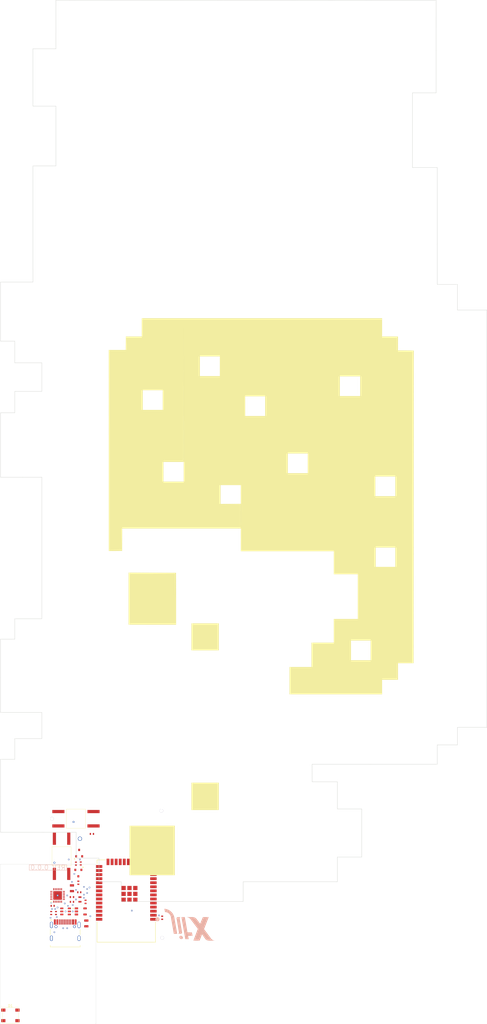
<source format=kicad_pcb>
(kicad_pcb (version 20211014) (generator pcbnew)
  (layers (0 "F.Cu" signal) (1 "In1.Cu" signal) (2 "In2.Cu" signal) (31 "B.Cu" signal) (34 "B.Paste" user) (35 "F.Paste" user) (36 "B.SilkS" user "B.Silkscreen") (37 "F.SilkS" user "F.Silkscreen") (38 "B.Mask" user) (39 "F.Mask" user) (44 "Edge.Cuts" user))
  (net 0 "")
  (net 1 "NetU2_11")
  (net 2 "usb-d_N")
  (net 3 "NetJ1_B8")
  (net 4 "NetU2_20")
  (net 5 "NetU2_29")
  (net 6 "NetU2_7")
  (net 7 "NetU3_18")
  (net 8 "NetU2_12")
  (net 9 "ESP-RX")
  (net 10 "NetQ1_1")
  (net 11 "NetU2_21")
  (net 12 "NetU2_32")
  (net 13 "NetU2_8")
  (net 14 "NetU3_19")
  (net 15 "button-io_gpio")
  (net 16 "NetU2_13")
  (net 17 "NetU2_22")
  (net 18 "NetU2_33")
  (net 19 "NetU2_9")
  (net 20 "NetU3_20")
  (net 21 "usb-d_P")
  (net 22 "ESP-TX")
  (net 23 "NetD2_c")
  (net 24 "NetQ2_1")
  (net 25 "NetU2_14")
  (net 26 "NetU2_23")
  (net 27 "NetU2_36")
  (net 28 "NetU3_1")
  (net 29 "NetU3_21")
  (net 30 "io0")
  (net 31 "Net*?_1")
  (net 32 "NetU2_16")
  (net 33 "GND")
  (net 34 "NetJ1_A5")
  (net 35 "NetR5_1")
  (net 36 "NetU2_24")
  (net 37 "NetU2_37")
  (net 38 "NetU3_10")
  (net 39 "NetU3_22")
  (net 40 "Net*_1-1")
  (net 41 "led-io0_gpio")
  (net 42 "NetU2_17")
  (net 43 "NetU2_26")
  (net 44 "NetU2_4")
  (net 45 "NetU3_14")
  (net 46 "NetU3_23")
  (net 47 "rst_reset")
  (net 48 "Net*_1-2")
  (net 49 "NetJ1_A8")
  (net 50 "NetU1_4")
  (net 51 "NetU2_18")
  (net 52 "NetU2_27")
  (net 53 "NetU2_5")
  (net 54 "NetU3_16")
  (net 55 "NetU3_24")
  (net 56 "p5v")
  (net 57 "Net3V3")
  (net 58 "NetJ1_B5")
  (net 59 "NetU2_10")
  (net 60 "DTR_ECI")
  (net 61 "NetU2_19")
  (net 62 "NetU2_28")
  (net 63 "NetU2_6")
  (net 64 "NetU3_17")
  (net 65 "RTS_ECI")
  (footprint "CAD:dummy2" (layer "F.Cu") (at 181.118504 75.668653)
    (fp_text reference "" (at 0 0) (layer "F.SilkS") (effects (font (size 1.27 1.27))))
    (fp_text value "" (at 0 0) (layer "F.SilkS") (effects (font (size 1.27 1.27))))
  )
  (footprint "CAD:ipc_two_pin_landpattern_3" (layer "F.Cu") (at 160.5 98.5 180)
    (fp_text reference "" (at 0 0 180) (layer "F.SilkS") (effects (font (size 1.27 1.27))))
    (fp_text value "" (at 0 0 180) (layer "F.SilkS") (effects (font (size 1.27 1.27))))
    (pad "1" smd rect locked (at 0 -0.89472 180) (size 1.3 0.71055) (layers "F.Cu" "F.Paste") (net 33 "GND"))
    (pad "2" smd rect locked (at 0 0.89472 180) (size 1.3 0.71055) (layers "F.Cu" "F.Paste") (net 57 "Net3V3"))
  )
  (footprint "CAD:JLCtoolinghole" (layer "F.Cu") (at 184.25 103)
    (fp_text reference "" (at 0 0) (layer "F.SilkS") (effects (font (size 1.27 1.27))))
    (fp_text value "" (at 0 0) (layer "F.SilkS") (effects (font (size 1.27 1.27))))
    (pad "1" thru_hole oval locked (at 0 0) (size 1.152 1.152) (drill 1.152) (layers *.Cu) (net 40 "Net*_1-1"))
  )
  (footprint "CAD:JLCtoolinghole" (layer "F.Cu") (at 184 63.25)
    (fp_text reference "" (at 0 0) (layer "F.SilkS") (effects (font (size 1.27 1.27))))
    (fp_text value "" (at 0 0) (layer "F.SilkS") (effects (font (size 1.27 1.27))))
    (pad "1" thru_hole oval locked (at 0 0) (size 1.152 1.152) (drill 1.152) (layers *.Cu) (net 31 "Net*?_1"))
  )
  (footprint "CAD:switch_lp" (layer "F.Cu") (at 157.25 65.75)
    (fp_text reference "" (at 0 0) (layer "F.SilkS") (effects (font (size 1.27 1.27))))
    (fp_text value "" (at 0 0) (layer "F.SilkS") (effects (font (size 1.27 1.27))))
    (pad "1" smd rect locked (at -5.5 -2.25) (size 3.8 1) (layers "F.Cu" "F.Paste") (net 33 "GND"))
    (pad "2" smd rect locked (at -5.5 2.25) (size 3.8 1) (layers "F.Cu" "F.Paste") (net 15 "button-io_gpio"))
    (pad "3" smd rect locked (at 5.5 2.25) (size 3.8 1) (layers "F.Cu" "F.Paste") (net 15 "button-io_gpio"))
    (pad "4" smd rect locked (at 5.5 -2.25) (size 3.8 1) (layers "F.Cu" "F.Paste") (net 33 "GND"))
  )
  (footprint "CAD:ipc_two_pin_landpattern" (layer "F.Cu") (at 158.5 91 180)
    (fp_text reference "" (at 0 0 180) (layer "F.SilkS") (effects (font (size 1.27 1.27))))
    (fp_text value "" (at 0 0 180) (layer "F.SilkS") (effects (font (size 1.27 1.27))))
    (pad "a" smd rect locked (at 0 -0.71893 180) (size 0.95 0.51213) (layers "F.Cu" "F.Paste") (net 56 "p5v"))
    (pad "c" smd rect locked (at 0 0.71893 180) (size 0.95 0.51213) (layers "F.Cu" "F.Paste") (net 23 "NetD2_c"))
  )
  (footprint "CAD:ipc_two_pin_landpattern_3" (layer "F.Cu") (at 156 87.5)
    (fp_text reference "" (at 0 0) (layer "F.SilkS") (effects (font (size 1.27 1.27))))
    (fp_text value "" (at 0 0) (layer "F.SilkS") (effects (font (size 1.27 1.27))))
    (pad "1" smd rect locked (at 0 -0.89472) (size 1.3 0.71055) (layers "F.Cu" "F.Paste") (net 33 "GND"))
    (pad "2" smd rect locked (at 0 0.89472) (size 1.3 0.71055) (layers "F.Cu" "F.Paste") (net 56 "p5v"))
  )
  (footprint "CAD:ipc_two_pin_landpattern_2" (layer "F.Cu") (at 156 90.25 -90)
    (fp_text reference "" (at 0 0 -90) (layer "F.SilkS") (effects (font (size 1.27 1.27))))
    (fp_text value "" (at 0 0 -90) (layer "F.SilkS") (effects (font (size 1.27 1.27))))
    (pad "1" smd rect locked (at 0 -0.49111 270) (size 0.6 0.44278) (layers "F.Cu" "F.Paste") (net 33 "GND"))
    (pad "2" smd rect locked (at 0 0.49111 270) (size 0.6 0.44278) (layers "F.Cu" "F.Paste") (net 56 "p5v"))
  )
  (footprint "CAD:ipc_two_pin_landpattern_2" (layer "F.Cu") (at 160.25 91.75)
    (fp_text reference "" (at 0 0) (layer "F.SilkS") (effects (font (size 1.27 1.27))))
    (fp_text value "" (at 0 0) (layer "F.SilkS") (effects (font (size 1.27 1.27))))
    (pad "1" smd rect locked (at 0 -0.49111) (size 0.6 0.44278) (layers "F.Cu" "F.Paste") (net 33 "GND"))
    (pad "2" smd rect locked (at 0 0.49111) (size 0.6 0.44278) (layers "F.Cu" "F.Paste") (net 57 "Net3V3"))
  )
  (footprint "CAD:ipc_two_pin_landpattern_7" (layer "F.Cu") (at 151 95.25 180)
    (fp_text reference "" (at 0 0 180) (layer "F.SilkS") (effects (font (size 1.27 1.27))))
    (fp_text value "" (at 0 0 180) (layer "F.SilkS") (effects (font (size 1.27 1.27))))
    (pad "1" smd rect locked (at 0 -0.45986 180) (size 0.6 0.38028) (layers "F.Cu" "F.Paste") (net 34 "NetJ1_A5"))
    (pad "2" smd rect locked (at 0 0.45986 180) (size 0.6 0.38028) (layers "F.Cu" "F.Paste") (net 33 "GND"))
  )
  (footprint "CAD:ipc_two_pin_landpattern_7" (layer "F.Cu") (at 149.95986 93 90)
    (fp_text reference "" (at 0 0 90) (layer "F.SilkS") (effects (font (size 1.27 1.27))))
    (fp_text value "" (at 0 0 90) (layer "F.SilkS") (effects (font (size 1.27 1.27))))
    (pad "1" smd rect locked (at 0 -0.45986 90) (size 0.6 0.38028) (layers "F.Cu" "F.Paste") (net 35 "NetR5_1"))
    (pad "2" smd rect locked (at 0 0.45986 90) (size 0.6 0.38028) (layers "F.Cu" "F.Paste") (net 57 "Net3V3"))
  )
  (footprint "CAD:ipc_two_pin_landpattern_1" (layer "F.Cu") (at 158.75 79.75)
    (fp_text reference "" (at 0 0) (layer "F.SilkS") (effects (font (size 1.27 1.27))))
    (fp_text value "" (at 0 0) (layer "F.SilkS") (effects (font (size 1.27 1.27))))
    (pad "1" smd rect locked (at 0 -0.45611) (size 0.6 0.37278) (layers "F.Cu" "F.Paste") (net 60 "DTR_ECI"))
    (pad "2" smd rect locked (at 0 0.45611) (size 0.6 0.37278) (layers "F.Cu" "F.Paste") (net 10 "NetQ1_1"))
  )
  (footprint "CAD:dummy5" (layer "F.Cu") (at 185.595254 -125.36388)
    (fp_text reference "" (at 0 0) (layer "F.SilkS") (effects (font (size 1.27 1.27))))
    (fp_text value "" (at 0 0) (layer "F.SilkS") (effects (font (size 1.27 1.27))))
  )
  (footprint "CAD:JLCtoolinghole" (layer "F.Cu") (at 149.75 65.75)
    (fp_text reference "" (at 0 0) (layer "F.SilkS") (effects (font (size 1.27 1.27))))
    (fp_text value "" (at 0 0) (layer "F.SilkS") (effects (font (size 1.27 1.27))))
    (pad "1" thru_hole oval locked (at 0 0) (size 1.152 1.152) (drill 1.152) (layers *.Cu) (net 48 "Net*_1-2"))
  )
  (footprint "CAD:dummy0" (layer "F.Cu") (at 197.692004 58.743788)
    (fp_text reference "" (at 0 0) (layer "F.SilkS") (effects (font (size 1.27 1.27))))
    (fp_text value "" (at 0 0) (layer "F.SilkS") (effects (font (size 1.27 1.27))))
  )
  (footprint "CAD:keystone_500x_pkg" (layer "F.Cu") (at 158.5 72)
    (fp_text reference "" (at 0 0) (layer "F.SilkS") (effects (font (size 1.27 1.27))))
    (fp_text value "" (at 0 0) (layer "F.SilkS") (effects (font (size 1.27 1.27))))
    (pad "p" thru_hole oval locked (at 0 0) (size 1.32 1.32) (drill 1.02) (layers *.Cu) (net 33 "GND"))
  )
  (footprint "CAD:SOT95P280X100_3N" (layer "F.Cu") (at 158.25 76.5)
    (fp_text reference "" (at 0 0) (layer "F.SilkS") (effects (font (size 1.27 1.27))))
    (fp_text value "" (at 0 0) (layer "F.SilkS") (effects (font (size 1.27 1.27))))
    (pad "1" smd rect locked (at -0.95 1) (size 0.6 0.7) (layers "F.Cu" "F.Paste") (net 24 "NetQ2_1"))
    (pad "2" smd rect locked (at 0.95 1) (size 0.6 0.7) (layers "F.Cu" "F.Paste") (net 60 "DTR_ECI"))
    (pad "3" smd rect locked (at 0 -1) (size 0.6 0.7) (layers "F.Cu" "F.Paste") (net 30 "io0"))
  )
  (footprint "CAD:IC38_ESP32_WROOM_328MB_EXP" (layer "F.Cu") (at 173 91.5 180)
    (fp_text reference "" (at 0 0 180) (layer "F.SilkS") (effects (font (size 1.27 1.27))))
    (fp_text value "" (at 0 0 180) (layer "F.SilkS") (effects (font (size 1.27 1.27))))
    (pad "1" smd rect locked (at -8.5 -5.7037 180) (size 2.0066 0.889) (layers "F.Cu" "F.Paste") (net 33 "GND"))
    (pad "2" smd rect locked (at -8.5 -4.4337 180) (size 2.0066 0.889) (layers "F.Cu" "F.Paste") (net 57 "Net3V3"))
    (pad "3" smd rect locked (at -8.5 -3.1637 180) (size 2.0066 0.889) (layers "F.Cu" "F.Paste") (net 47 "rst_reset"))
    (pad "4" smd rect locked (at -8.5 -1.8937 180) (size 2.0066 0.889) (layers "F.Cu" "F.Paste") (net 44 "NetU2_4"))
    (pad "5" smd rect locked (at -8.5 -0.6237 180) (size 2.0066 0.889) (layers "F.Cu" "F.Paste") (net 53 "NetU2_5"))
    (pad "6" smd rect locked (at -8.5 0.6463 180) (size 2.0066 0.889) (layers "F.Cu" "F.Paste") (net 63 "NetU2_6"))
    (pad "7" smd rect locked (at -8.5 1.9163 180) (size 2.0066 0.889) (layers "F.Cu" "F.Paste") (net 6 "NetU2_7"))
    (pad "8" smd rect locked (at -8.5 3.1863 180) (size 2.0066 0.889) (layers "F.Cu" "F.Paste") (net 13 "NetU2_8"))
    (pad "9" smd rect locked (at -8.5 4.4563 180) (size 2.0066 0.889) (layers "F.Cu" "F.Paste") (net 19 "NetU2_9"))
    (pad "10" smd rect locked (at -8.5 5.7263 180) (size 2.0066 0.889) (layers "F.Cu" "F.Paste") (net 59 "NetU2_10"))
    (pad "11" smd rect locked (at -8.5 6.9963 180) (size 2.0066 0.889) (layers "F.Cu" "F.Paste") (net 1 "NetU2_11"))
    (pad "12" smd rect locked (at -8.5 8.2663 180) (size 2.0066 0.889) (layers "F.Cu" "F.Paste") (net 8 "NetU2_12"))
    (pad "13" smd rect locked (at -8.5 9.5363 180) (size 2.0066 0.889) (layers "F.Cu" "F.Paste") (net 16 "NetU2_13"))
    (pad "14" smd rect locked (at -8.5 10.8063 180) (size 2.0066 0.889) (layers "F.Cu" "F.Paste") (net 25 "NetU2_14"))
    (pad "15" smd rect locked (at -5.715 12.2475 180) (size 0.889 2.0066) (layers "F.Cu" "F.Paste") (net 33 "GND"))
    (pad "16" smd rect locked (at -4.445 12.2475 180) (size 0.889 2.0066) (layers "F.Cu" "F.Paste") (net 32 "NetU2_16"))
    (pad "17" smd rect locked (at -3.175 12.2475 180) (size 0.889 2.0066) (layers "F.Cu" "F.Paste") (net 42 "NetU2_17"))
    (pad "18" smd rect locked (at -1.905 12.2475 180) (size 0.889 2.0066) (layers "F.Cu" "F.Paste") (net 51 "NetU2_18"))
    (pad "19" smd rect locked (at -0.635 12.2475 180) (size 0.889 2.0066) (layers "F.Cu" "F.Paste") (net 61 "NetU2_19"))
    (pad "20" smd rect locked (at 0.635 12.2475 180) (size 0.889 2.0066) (layers "F.Cu" "F.Paste") (net 4 "NetU2_20"))
    (pad "21" smd rect locked (at 1.905 12.2475 180) (size 0.889 2.0066) (layers "F.Cu" "F.Paste") (net 11 "NetU2_21"))
    (pad "22" smd rect locked (at 3.175 12.2475 180) (size 0.889 2.0066) (layers "F.Cu" "F.Paste") (net 17 "NetU2_22"))
    (pad "23" smd rect locked (at 4.445 12.2475 180) (size 0.889 2.0066) (layers "F.Cu" "F.Paste") (net 26 "NetU2_23"))
    (pad "24" smd rect locked (at 5.715 12.2475 180) (size 0.889 2.0066) (layers "F.Cu" "F.Paste") (net 36 "NetU2_24"))
    (pad "25" smd rect locked (at 8.5 10.8063 180) (size 2.0066 0.889) (layers "F.Cu" "F.Paste") (net 30 "io0"))
    (pad "26" smd rect locked (at 8.5 9.5363 180) (size 2.0066 0.889) (layers "F.Cu" "F.Paste") (net 43 "NetU2_26"))
    (pad "27" smd rect locked (at 8.5 8.2663 180) (size 2.0066 0.889) (layers "F.Cu" "F.Paste") (net 52 "NetU2_27"))
    (pad "28" smd rect locked (at 8.5 6.9963 180) (size 2.0066 0.889) (layers "F.Cu" "F.Paste") (net 62 "NetU2_28"))
    (pad "29" smd rect locked (at 8.5 5.7263 180) (size 2.0066 0.889) (layers "F.Cu" "F.Paste") (net 5 "NetU2_29"))
    (pad "30" smd rect locked (at 8.5 4.4563 180) (size 2.0066 0.889) (layers "F.Cu" "F.Paste") (net 15 "button-io_gpio"))
    (pad "31" smd rect locked (at 8.5 3.1863 180) (size 2.0066 0.889) (layers "F.Cu" "F.Paste") (net 41 "led-io0_gpio"))
    (pad "32" smd rect locked (at 8.5 1.9163 180) (size 2.0066 0.889) (layers "F.Cu" "F.Paste") (net 12 "NetU2_32"))
    (pad "33" smd rect locked (at 8.5 0.6463 180) (size 2.0066 0.889) (layers "F.Cu" "F.Paste") (net 18 "NetU2_33"))
    (pad "34" smd rect locked (at 8.5 -0.6237 180) (size 2.0066 0.889) (layers "F.Cu" "F.Paste") (net 9 "ESP-RX"))
    (pad "35" smd rect locked (at 8.5 -1.8937 180) (size 2.0066 0.889) (layers "F.Cu" "F.Paste") (net 22 "ESP-TX"))
    (pad "36" smd rect locked (at 8.5 -3.1637 180) (size 2.0066 0.889) (layers "F.Cu" "F.Paste") (net 27 "NetU2_36"))
    (pad "37" smd rect locked (at 8.5 -4.4337 180) (size 2.0066 0.889) (layers "F.Cu" "F.Paste") (net 37 "NetU2_37"))
    (pad "38" smd rect locked (at 8.5 -5.7037 180) (size 2.0066 0.889) (layers "F.Cu" "F.Paste") (net 33 "GND"))
    (pad "39" smd rect locked (at -2.83929 0.40528 180) (size 1.3208 1.3208) (layers "F.Cu" "F.Paste") (net 33 "GND"))
    (pad "40" smd rect locked (at -1.00429 0.40528 180) (size 1.3208 1.3208) (layers "F.Cu" "F.Paste") (net 33 "GND"))
    (pad "41" smd rect locked (at 0.83071 0.40528 180) (size 1.3208 1.3208) (layers "F.Cu" "F.Paste") (net 33 "GND"))
    (pad "42" smd rect locked (at -2.83929 2.24028 180) (size 1.3208 1.3208) (layers "F.Cu" "F.Paste") (net 33 "GND"))
    (pad "43" smd rect locked (at -1.00429 2.24028 180) (size 1.3208 1.3208) (layers "F.Cu" "F.Paste") (net 33 "GND"))
    (pad "44" smd rect locked (at 0.83071 2.24028 180) (size 1.3208 1.3208) (layers "F.Cu" "F.Paste") (net 33 "GND"))
    (pad "45" smd rect locked (at -2.83929 4.07528 180) (size 1.3208 1.3208) (layers "F.Cu" "F.Paste") (net 33 "GND"))
    (pad "46" smd rect locked (at -1.00429 4.07528 180) (size 1.3208 1.3208) (layers "F.Cu" "F.Paste") (net 33 "GND"))
    (pad "47" smd rect locked (at 0.83071 4.07528 180) (size 1.3208 1.3208) (layers "F.Cu" "F.Paste") (net 33 "GND"))
  )
  (footprint "CAD:dummy9" (layer "F.Cu") (at 145.516169 -51.957877)
    (fp_text reference "" (at 0 0) (layer "F.SilkS") (effects (font (size 1.27 1.27))))
    (fp_text value "" (at 0 0) (layer "F.SilkS") (effects (font (size 1.27 1.27))))
  )
  (footprint "CAD:ipc_two_pin_landpattern_6" (layer "F.Cu") (at 158 85.77139 180)
    (fp_text reference "" (at 0 0 180) (layer "F.SilkS") (effects (font (size 1.27 1.27))))
    (fp_text value "" (at 0 0 180) (layer "F.SilkS") (effects (font (size 1.27 1.27))))
    (pad "1" smd rect locked (at 0 -0.47861 180) (size 0.6 0.41778) (layers "F.Cu" "F.Paste") (net 33 "GND"))
    (pad "2" smd rect locked (at 0 0.47861 180) (size 0.6 0.41778) (layers "F.Cu" "F.Paste") (net 47 "rst_reset"))
  )
  (footprint "CAD:dummy3" (layer "F.Cu") (at 181.169304 -3.108045)
    (fp_text reference "" (at 0 0) (layer "F.SilkS") (effects (font (size 1.27 1.27))))
    (fp_text value "" (at 0 0) (layer "F.SilkS") (effects (font (size 1.27 1.27))))
  )
  (footprint "CAD:qfn_landpattern" (layer "F.Cu") (at 151.5 89.75 90)
    (fp_text reference "" (at 0 0 90) (layer "F.SilkS") (effects (font (size 1.27 1.27))))
    (fp_text value "" (at 0 0 90) (layer "F.SilkS") (effects (font (size 1.27 1.27))))
    (pad "1" smd rect locked (at -1.95 -1.25) (size 0.25 0.7) (layers "F.Cu" "F.Paste") (net 28 "NetU3_1"))
    (pad "2" smd rect locked (at -1.95 -0.75) (size 0.25 0.7) (layers "F.Cu" "F.Paste") (net 33 "GND"))
    (pad "3" smd rect locked (at -1.95 -0.25) (size 0.25 0.7) (layers "F.Cu" "F.Paste") (net 21 "usb-d_P"))
    (pad "4" smd rect locked (at -1.95 0.25) (size 0.25 0.7) (layers "F.Cu" "F.Paste") (net 2 "usb-d_N"))
    (pad "5" smd rect locked (at -1.95 0.75) (size 0.25 0.7) (layers "F.Cu" "F.Paste") (net 57 "Net3V3"))
    (pad "6" smd rect locked (at -1.95 1.25) (size 0.25 0.7) (layers "F.Cu" "F.Paste") (net 56 "p5v"))
    (pad "7" smd rect locked (at -1.25 1.95 90) (size 0.25 0.7) (layers "F.Cu" "F.Paste") (net 56 "p5v"))
    (pad "8" smd rect locked (at -0.75 1.95 90) (size 0.25 0.7) (layers "F.Cu" "F.Paste") (net 56 "p5v"))
    (pad "9" smd rect locked (at -0.25 1.95 90) (size 0.25 0.7) (layers "F.Cu" "F.Paste") (net 35 "NetR5_1"))
    (pad "10" smd rect locked (at 0.25 1.95 90) (size 0.25 0.7) (layers "F.Cu" "F.Paste") (net 38 "NetU3_10"))
    (pad "11" smd rect locked (at 0.75 1.95 90) (size 0.25 0.7) (layers "F.Cu" "F.Paste") (net 65 "RTS_ECI"))
    (pad "12" smd rect locked (at 1.25 1.95 90) (size 0.25 0.7) (layers "F.Cu" "F.Paste") (net 9 "ESP-RX"))
    (pad "13" smd rect locked (at 1.95 1.25 180) (size 0.25 0.7) (layers "F.Cu" "F.Paste") (net 22 "ESP-TX"))
    (pad "14" smd rect locked (at 1.95 0.75 180) (size 0.25 0.7) (layers "F.Cu" "F.Paste") (net 45 "NetU3_14"))
    (pad "15" smd rect locked (at 1.95 0.25 180) (size 0.25 0.7) (layers "F.Cu" "F.Paste") (net 60 "DTR_ECI"))
    (pad "16" smd rect locked (at 1.95 -0.25 180) (size 0.25 0.7) (layers "F.Cu" "F.Paste") (net 54 "NetU3_16"))
    (pad "17" smd rect locked (at 1.95 -0.75 180) (size 0.25 0.7) (layers "F.Cu" "F.Paste") (net 64 "NetU3_17"))
    (pad "18" smd rect locked (at 1.95 -1.25 180) (size 0.25 0.7) (layers "F.Cu" "F.Paste") (net 7 "NetU3_18"))
    (pad "19" smd rect locked (at 1.25 -1.95 270) (size 0.25 0.7) (layers "F.Cu" "F.Paste") (net 14 "NetU3_19"))
    (pad "20" smd rect locked (at 0.75 -1.95 270) (size 0.25 0.7) (layers "F.Cu" "F.Paste") (net 20 "NetU3_20"))
    (pad "21" smd rect locked (at 0.25 -1.95 270) (size 0.25 0.7) (layers "F.Cu" "F.Paste") (net 29 "NetU3_21"))
    (pad "22" smd rect locked (at -0.25 -1.95 270) (size 0.25 0.7) (layers "F.Cu" "F.Paste") (net 39 "NetU3_22"))
    (pad "23" smd rect locked (at -0.75 -1.95 270) (size 0.25 0.7) (layers "F.Cu" "F.Paste") (net 46 "NetU3_23"))
    (pad "24" smd rect locked (at -1.25 -1.95 270) (size 0.25 0.7) (layers "F.Cu" "F.Paste") (net 55 "NetU3_24"))
    (pad "25" smd rect locked (at 0 0 90) (size 2.7 2.7) (layers "F.Cu" "F.Paste") (net 33 "GND"))
  )
  (footprint "CAD:SOT95P280X100_3N" (layer "F.Cu") (at 158 82.75 180)
    (fp_text reference "" (at 0 0 180) (layer "F.SilkS") (effects (font (size 1.27 1.27))))
    (fp_text value "" (at 0 0 180) (layer "F.SilkS") (effects (font (size 1.27 1.27))))
    (pad "1" smd rect locked (at -0.95 1 180) (size 0.6 0.7) (layers "F.Cu" "F.Paste") (net 10 "NetQ1_1"))
    (pad "2" smd rect locked (at 0.95 1 180) (size 0.6 0.7) (layers "F.Cu" "F.Paste") (net 65 "RTS_ECI"))
    (pad "3" smd rect locked (at 0 -1 180) (size 0.6 0.7) (layers "F.Cu" "F.Paste") (net 47 "rst_reset"))
  )
  (footprint "CAD:ipc_two_pin_landpattern_6" (layer "F.Cu") (at 156 91.75 -90)
    (fp_text reference "" (at 0 0 -90) (layer "F.SilkS") (effects (font (size 1.27 1.27))))
    (fp_text value "" (at 0 0 -90) (layer "F.SilkS") (effects (font (size 1.27 1.27))))
    (pad "1" smd rect locked (at 0 -0.47861 270) (size 0.6 0.41778) (layers "F.Cu" "F.Paste") (net 33 "GND"))
    (pad "2" smd rect locked (at 0 0.47861 270) (size 0.6 0.41778) (layers "F.Cu" "F.Paste") (net 56 "p5v"))
  )
  (footprint "CAD:switch_lp" (layer "F.Cu") (at 152.75 77.5 90)
    (fp_text reference "" (at 0 0 90) (layer "F.SilkS") (effects (font (size 1.27 1.27))))
    (fp_text value "" (at 0 0 90) (layer "F.SilkS") (effects (font (size 1.27 1.27))))
    (pad "1" smd rect locked (at -5.5 -2.25 90) (size 3.8 1) (layers "F.Cu" "F.Paste") (net 33 "GND"))
    (pad "2" smd rect locked (at -5.5 2.25 90) (size 3.8 1) (layers "F.Cu" "F.Paste") (net 47 "rst_reset"))
    (pad "3" smd rect locked (at 5.5 2.25 90) (size 3.8 1) (layers "F.Cu" "F.Paste") (net 47 "rst_reset"))
    (pad "4" smd rect locked (at 5.5 -2.25 90) (size 3.8 1) (layers "F.Cu" "F.Paste") (net 33 "GND"))
  )
  (footprint "CAD:lp_TYPE_C_31_M_12" (layer "F.Cu") (at 150.64 98.054)
    (fp_text reference "" (at 0 0) (layer "F.SilkS") (effects (font (size 1.27 1.27))))
    (fp_text value "" (at 0 0) (layer "F.SilkS") (effects (font (size 1.27 1.27))))
    (pad "13" thru_hole oval locked (at -1.07 0.916 90) (size 2 0.9) (drill oval 1.7 0.6) (layers *.Cu) (net 33 "GND"))
    (pad "14" thru_hole oval locked (at 7.57 0.916 90) (size 2 0.9) (drill oval 1.7 0.6) (layers *.Cu) (net 33 "GND"))
    (pad "15" thru_hole oval locked (at -1.07 5.096 90) (size 1.7 0.9) (drill oval 1.4 0.6) (layers *.Cu) (net 33 "GND"))
    (pad "16" thru_hole oval locked (at 7.57 5.096 90) (size 1.7 0.9) (drill oval 1.4 0.6) (layers *.Cu) (net 33 "GND"))
    (pad "17" thru_hole oval locked (at 0.36 1.446 90) (size 0.9 0.9) (drill 0.6) (layers *.Cu) (net 33 "GND"))
    (pad "18" thru_hole oval locked (at 6.14 1.446 90) (size 0.9 0.9) (drill 0.6) (layers *.Cu) (net 33 "GND"))
    (pad "A1-B12" smd rect locked (at 0 0) (size 0.6 1.64) (layers "F.Cu" "F.Paste") (net 33 "GND"))
    (pad "A4-B9" smd rect locked (at 0.8 0) (size 0.6 1.64) (layers "F.Cu" "F.Paste") (net 56 "p5v"))
    (pad "A5" smd rect locked (at 2 0) (size 0.3 1.64) (layers "F.Cu" "F.Paste") (net 34 "NetJ1_A5"))
    (pad "A6" smd rect locked (at 3 0) (size 0.3 1.64) (layers "F.Cu" "F.Paste") (net 21 "usb-d_P"))
    (pad "A7" smd rect locked (at 3.5 0) (size 0.3 1.64) (layers "F.Cu" "F.Paste") (net 2 "usb-d_N"))
    (pad "A8" smd rect locked (at 4.5 0) (size 0.3 1.64) (layers "F.Cu" "F.Paste") (net 49 "NetJ1_A8"))
    (pad "B1-A12" smd rect locked (at 6.5 0) (size 0.6 1.64) (layers "F.Cu" "F.Paste") (net 33 "GND"))
    (pad "B4-A9" smd rect locked (at 5.7 0) (size 0.6 1.64) (layers "F.Cu" "F.Paste") (net 56 "p5v"))
    (pad "B5" smd rect locked (at 5 0) (size 0.3 1.64) (layers "F.Cu" "F.Paste") (net 58 "NetJ1_B5"))
    (pad "B6" smd rect locked (at 4 0) (size 0.3 1.64) (layers "F.Cu" "F.Paste") (net 21 "usb-d_P"))
    (pad "B7" smd rect locked (at 2.5 0) (size 0.3 1.64) (layers "F.Cu" "F.Paste") (net 2 "usb-d_N"))
    (pad "B8" smd rect locked (at 1.5 0) (size 0.3 1.64) (layers "F.Cu" "F.Paste") (net 3 "NetJ1_B8"))
  )
  (footprint "CAD:WSP282B_landpattern" (layer "F.Cu") (at 136.726601 127.273399)
    (fp_text reference "D1" (at 0 -3.006) (layer "F.SilkS") (effects (font (size 0.762 0.762) (thickness 0.1))))
    (fp_text value "" (at 0 0) (layer "F.SilkS") (effects (font (size 1.27 1.27))))
    (pad "1" smd rect locked (at -2.214645 -1.65) (size 1.320711 0.97) (layers "F.Cu" "F.Paste"))
    (pad "2" smd rect locked (at -2.214645 1.65) (size 1.320711 0.97) (layers "F.Cu" "F.Paste"))
    (pad "3" smd rect locked (at 2.214645 1.65) (size 1.320711 0.97) (layers "F.Cu" "F.Paste"))
    (pad "4" smd rect locked (at 2.214645 -1.65) (size 1.320711 0.97) (layers "F.Cu" "F.Paste"))
  )
  (footprint "CAD:ipc_two_pin_landpattern_6" (layer "F.Cu") (at 162.25 70.5 90)
    (fp_text reference "" (at 0 0 90) (layer "F.SilkS") (effects (font (size 1.27 1.27))))
    (fp_text value "" (at 0 0 90) (layer "F.SilkS") (effects (font (size 1.27 1.27))))
    (pad "1" smd rect locked (at 0 -0.47861 90) (size 0.6 0.41778) (layers "F.Cu" "F.Paste") (net 33 "GND"))
    (pad "2" smd rect locked (at 0 0.47861 90) (size 0.6 0.41778) (layers "F.Cu" "F.Paste") (net 15 "button-io_gpio"))
  )
  (footprint "CAD:ipc_two_pin_landpattern_7" (layer "F.Cu") (at 149.5 95.25 180)
    (fp_text reference "" (at 0 0 180) (layer "F.SilkS") (effects (font (size 1.27 1.27))))
    (fp_text value "" (at 0 0 180) (layer "F.SilkS") (effects (font (size 1.27 1.27))))
    (pad "1" smd rect locked (at 0 -0.45986 180) (size 0.6 0.38028) (layers "F.Cu" "F.Paste") (net 58 "NetJ1_B5"))
    (pad "2" smd rect locked (at 0 0.45986 180) (size 0.6 0.38028) (layers "F.Cu" "F.Paste") (net 33 "GND"))
  )
  (footprint "CAD:SOT95P280X145_5N" (layer "F.Cu") (at 158.75 94.75 -90)
    (fp_text reference "" (at 0 0 -90) (layer "F.SilkS") (effects (font (size 1.27 1.27))))
    (fp_text value "" (at 0 0 -90) (layer "F.SilkS") (effects (font (size 1.27 1.27))))
    (pad "1" smd rect locked (at -0.95 1.35 270) (size 0.6 1.05) (layers "F.Cu" "F.Paste") (net 56 "p5v"))
    (pad "2" smd rect locked (at 0 1.35 270) (size 0.6 1.05) (layers "F.Cu" "F.Paste") (net 33 "GND"))
    (pad "3" smd rect locked (at 0.95 1.35 270) (size 0.6 1.05) (layers "F.Cu" "F.Paste") (net 56 "p5v"))
    (pad "4" smd rect locked (at 0.95 -1.35 270) (size 0.6 1.05) (layers "F.Cu" "F.Paste") (net 50 "NetU1_4"))
    (pad "5" smd rect locked (at -0.95 -1.35 270) (size 0.6 1.05) (layers "F.Cu" "F.Paste") (net 57 "Net3V3"))
  )
  (footprint "CAD:dummy4" (layer "F.Cu") (at 215.265629 -32.008295)
    (fp_text reference "" (at 0 0) (layer "F.SilkS") (effects (font (size 1.27 1.27))))
    (fp_text value "" (at 0 0) (layer "F.SilkS") (effects (font (size 1.27 1.27))))
  )
  (footprint "CAD:dummy11" (layer "F.Cu") (at 145.251587 17.151288)
    (fp_text reference "" (at 0 0) (layer "F.SilkS") (effects (font (size 1.27 1.27))))
    (fp_text value "" (at 0 0) (layer "F.SilkS") (effects (font (size 1.27 1.27))))
  )
  (footprint "CAD:ipc_two_pin_landpattern_7" (layer "F.Cu") (at 158.29014 88.75 -90)
    (fp_text reference "" (at 0 0 -90) (layer "F.SilkS") (effects (font (size 1.27 1.27))))
    (fp_text value "" (at 0 0 -90) (layer "F.SilkS") (effects (font (size 1.27 1.27))))
    (pad "1" smd rect locked (at 0 -0.45986 270) (size 0.6 0.38028) (layers "F.Cu" "F.Paste") (net 41 "led-io0_gpio"))
    (pad "2" smd rect locked (at 0 0.45986 270) (size 0.6 0.38028) (layers "F.Cu" "F.Paste") (net 23 "NetD2_c"))
  )
  (footprint "CAD:dummy1" (layer "F.Cu") (at 197.692004 8.84337)
    (fp_text reference "" (at 0 0) (layer "F.SilkS") (effects (font (size 1.27 1.27))))
    (fp_text value "" (at 0 0) (layer "F.SilkS") (effects (font (size 1.27 1.27))))
  )
  (footprint "CAD:dummy10" (layer "F.Cu") (at 145.251587 55.03962)
    (fp_text reference "" (at 0 0) (layer "F.SilkS") (effects (font (size 1.27 1.27))))
    (fp_text value "" (at 0 0) (layer "F.SilkS") (effects (font (size 1.27 1.27))))
  )
  (footprint "CAD:dummy7" (layer "F.Cu") (at 197.643319 33.132123)
    (fp_text reference "" (at 0 0) (layer "F.SilkS") (effects (font (size 1.27 1.27))))
    (fp_text value "" (at 0 0) (layer "F.SilkS") (effects (font (size 1.27 1.27))))
  )
  (footprint "CAD:ipc_two_pin_landpattern_1" (layer "F.Cu") (at 157.25 79.79389 180)
    (fp_text reference "" (at 0 0 180) (layer "F.SilkS") (effects (font (size 1.27 1.27))))
    (fp_text value "" (at 0 0 180) (layer "F.SilkS") (effects (font (size 1.27 1.27))))
    (pad "1" smd rect locked (at 0 -0.45611 180) (size 0.6 0.37278) (layers "F.Cu" "F.Paste") (net 65 "RTS_ECI"))
    (pad "2" smd rect locked (at 0 0.45611 180) (size 0.6 0.37278) (layers "F.Cu" "F.Paste") (net 24 "NetQ2_1"))
  )
  (footprint "CAD:dummy6" (layer "F.Cu") (at 216.153569 -29.485702)
    (fp_text reference "" (at 0 0) (layer "F.SilkS") (effects (font (size 1.27 1.27))))
    (fp_text value "" (at 0 0) (layer "F.SilkS") (effects (font (size 1.27 1.27))))
  )
  (footprint "CAD:dummy8" (layer "F.Cu") (at 149.273254 -90.252747)
    (fp_text reference "" (at 0 0) (layer "F.SilkS") (effects (font (size 1.27 1.27))))
    (fp_text value "" (at 0 0) (layer "F.SilkS") (effects (font (size 1.27 1.27))))
  )
  (footprint "CAD:lp_USBLC6_2SC6" (layer "F.Cu") (at 154 94.75 180)
    (fp_text reference "" (at 0 0 180) (layer "F.SilkS") (effects (font (size 1.27 1.27))))
    (fp_text value "" (at 0 0 180) (layer "F.SilkS") (effects (font (size 1.27 1.27))))
    (pad "1" smd rect locked (at -1.175 -0.95 180) (size 0.95 0.52) (layers "F.Cu" "F.Paste") (net 2 "usb-d_N"))
    (pad "2" smd rect locked (at -1.175 0 180) (size 0.95 0.52) (layers "F.Cu" "F.Paste") (net 33 "GND"))
    (pad "3" smd rect locked (at -1.175 0.95 180) (size 0.95 0.52) (layers "F.Cu" "F.Paste") (net 21 "usb-d_P"))
    (pad "4" smd rect locked (at 1.175 0.95 180) (size 0.95 0.52) (layers "F.Cu" "F.Paste") (net 21 "usb-d_P"))
    (pad "5" smd rect locked (at 1.175 0 180) (size 0.95 0.52) (layers "F.Cu" "F.Paste") (net 56 "p5v"))
    (pad "6" smd rect locked (at 1.175 -0.95 180) (size 0.95 0.52) (layers "F.Cu" "F.Paste") (net 2 "usb-d_N"))
  )
  (footprint "CAD:ipc_two_pin_landpattern_6" (layer "F.Cu") (at 184.25 96.72861 180)
    (fp_text reference "" (at 0 0 180) (layer "F.SilkS") (effects (font (size 1.27 1.27))))
    (fp_text value "" (at 0 0 180) (layer "F.SilkS") (effects (font (size 1.27 1.27))))
    (pad "1" smd rect locked (at 0 -0.47861 180) (size 0.6 0.41778) (layers "F.Cu" "F.Paste") (net 33 "GND"))
    (pad "2" smd rect locked (at 0 0.47861 180) (size 0.6 0.41778) (layers "F.Cu" "F.Paste") (net 57 "Net3V3"))
  )
  (footprint "CAD:jitx_sm_lp" (layer "B.Cu") (at 183.2408 92.5096 180)
    (fp_text reference "" (at 0 0 180) (layer "F.SilkS") (effects (font (size 1.27 1.27))))
    (fp_text value "" (at 0 0 180) (layer "F.SilkS") (effects (font (size 1.27 1.27))))
  )
  (footprint "CAD:text_lp" (layer "B.Cu") (at 148.5 81)
    (fp_text reference "" (at 0 0) (layer "F.SilkS") (effects (font (size 1.27 1.27))))
    (fp_text value "" (at 0 0) (layer "F.SilkS") (effects (font (size 1.27 1.27))))
    (fp_text user "REV 0.0.0" (at 0 0) (layer "B.SilkS") (effects (font (size 1.5 1.5) (thickness 0.1)) (justify mirror)))
  )
  (gr_line (start 133.51903 129.845671) (end 133.542133 129.888893) (layer "Edge.Cuts") (width 0.05))
  (gr_line (start 133.542133 129.888893) (end 133.573223 129.926777) (layer "Edge.Cuts") (width 0.05))
  (gr_line (start 146.570694 -41.093022) (end 146.570694 3.174938) (layer "Edge.Cuts") (width 0.1))
  (gr_line (start 262.581344 -137.993422) (end 262.581344 -161.364072) (layer "Edge.Cuts") (width 0.1))
  (gr_line (start 133.651589 9.562358) (end 133.651589 21.709388) (layer "Edge.Cuts") (width 0.1))
  (gr_line (start 163.457867 129.888893) (end 163.48097 129.845671) (layer "Edge.Cuts") (width 0.05))
  (gr_line (start 146.570694 -67.962872) (end 138.102524 -67.962872) (layer "Edge.Cuts") (width 0.1))
  (gr_line (start 163.345671 80.01903) (end 163.298773 80.004804) (layer "Edge.Cuts") (width 0.05))
  (gr_line (start 239.078734 54.190513) (end 231.187749 54.190513) (layer "Edge.Cuts") (width 0.1))
  (gr_line (start 270.348304 -113.963472) (end 270.348304 -137.993422) (layer "Edge.Cuts") (width 0.1))
  (gr_line (start 143.782394 -106.284772) (end 143.787894 -106.284772) (layer "Edge.Cuts") (width 0.1))
  (gr_line (start 270.348304 -105.778322) (end 270.348304 -113.963472) (layer "Edge.Cuts") (width 0.1))
  (gr_line (start 163.388893 80.042133) (end 163.345671 80.01903) (layer "Edge.Cuts") (width 0.05))
  (gr_line (start 146.570694 3.174938) (end 138.102524 3.174938) (layer "Edge.Cuts") (width 0.1))
  (gr_line (start 133.75 130) (end 163.25 130) (layer "Edge.Cuts") (width 0.05))
  (gr_line (start 150.980914 -157.204122) (end 150.980914 -138.499872) (layer "Edge.Cuts") (width 0.1))
  (gr_line (start 133.542133 80.111107) (end 133.51903 80.154329) (layer "Edge.Cuts") (width 0.05))
  (gr_line (start 133.654329 80.01903) (end 133.611107 80.042133) (layer "Edge.Cuts") (width 0.05))
  (gr_line (start 133.651589 -41.093022) (end 140.583959 -41.093022) (layer "Edge.Cuts") (width 0.1))
  (gr_line (start 138.102524 -76.899572) (end 146.570694 -76.899572) (layer "Edge.Cuts") (width 0.1))
  (gr_line (start 276.668339 -101.424457) (end 270.348304 -101.424457) (layer "Edge.Cuts") (width 0.1))
  (gr_line (start 285.884829 -33.690687) (end 285.884829 -93.404237) (layer "Edge.Cuts") (width 0.1))
  (gr_line (start 246.716514 77.744613) (end 246.716514 62.696463) (layer "Edge.Cuts") (width 0.1))
  (gr_line (start 270.348304 48.710213) (end 270.348304 42.656048) (layer "Edge.Cuts") (width 0.1))
  (gr_line (start 269.999454 -190.313797) (end 150.987754 -190.364597) (layer "Edge.Cuts") (width 0.1))
  (gr_line (start 138.102524 47.155493) (end 133.651589 47.155493) (layer "Edge.Cuts") (width 0.1))
  (gr_line (start 285.884829 -93.404237) (end 276.668339 -93.404237) (layer "Edge.Cuts") (width 0.1))
  (gr_line (start 246.716514 62.696463) (end 239.078734 62.696463) (layer "Edge.Cuts") (width 0.1))
  (gr_line (start 163.5 129.75) (end 163.5 80.25) (layer "Edge.Cuts") (width 0.05))
  (gr_line (start 270.348304 -137.993422) (end 262.581344 -137.993422) (layer "Edge.Cuts") (width 0.1))
  (gr_line (start 133.5 129.75) (end 133.504804 129.798773) (layer "Edge.Cuts") (width 0.05))
  (gr_line (start 150.987754 -190.364597) (end 150.980914 -175.148772) (layer "Edge.Cuts") (width 0.1))
  (gr_line (start 163.25 80) (end 133.75 80) (layer "Edge.Cuts") (width 0.05))
  (gr_line (start 138.102524 9.562358) (end 133.651589 9.562358) (layer "Edge.Cuts") (width 0.1))
  (gr_line (start 163.25 130) (end 163.298773 129.995196) (layer "Edge.Cuts") (width 0.05))
  (gr_line (start 231.187749 54.190513) (end 231.169749 48.710213) (layer "Edge.Cuts") (width 0.1))
  (gr_line (start 143.782394 -175.148772) (end 143.782394 -157.204122) (layer "Edge.Cuts") (width 0.1))
  (gr_line (start 133.651589 21.709388) (end 133.651589 32.489088) (layer "Edge.Cuts") (width 0.1))
  (gr_line (start 276.668339 42.656048) (end 276.668339 37.157678) (layer "Edge.Cuts") (width 0.1))
  (gr_line (start 239.078734 62.696463) (end 239.078734 54.190513) (layer "Edge.Cuts") (width 0.1))
  (gr_line (start 133.611107 80.042133) (end 133.573223 80.073223) (layer "Edge.Cuts") (width 0.05))
  (gr_line (start 164.471184 85.467663) (end 171.413919 85.467663) (layer "Edge.Cuts") (width 0.1))
  (gr_line (start 163.426777 129.926777) (end 163.457867 129.888893) (layer "Edge.Cuts") (width 0.05))
  (gr_line (start 143.787894 -106.284772) (end 143.787894 -102.166172) (layer "Edge.Cuts") (width 0.1))
  (gr_line (start 133.651589 -102.166172) (end 133.651589 -83.681422) (layer "Edge.Cuts") (width 0.1))
  (gr_line (start 138.102524 -83.681422) (end 138.102524 -76.899572) (layer "Edge.Cuts") (width 0.1))
  (gr_line (start 157.321749 78.075413) (end 164.471184 78.075413) (layer "Edge.Cuts") (width 0.1))
  (gr_line (start 133.651589 69.980313) (end 147.020049 69.980313) (layer "Edge.Cuts") (width 0.1))
  (gr_line (start 133.611107 129.957867) (end 133.654329 129.98097) (layer "Edge.Cuts") (width 0.05))
  (gr_line (start 133.573223 80.073223) (end 133.542133 80.111107) (layer "Edge.Cuts") (width 0.05))
  (gr_line (start 157.321749 69.980313) (end 157.321749 78.075413) (layer "Edge.Cuts") (width 0.1))
  (gr_line (start 143.782394 -138.499872) (end 143.782394 -106.284772) (layer "Edge.Cuts") (width 0.1))
  (gr_line (start 163.298773 80.004804) (end 163.25 80) (layer "Edge.Cuts") (width 0.05))
  (gr_line (start 163.495196 129.798773) (end 163.5 129.75) (layer "Edge.Cuts") (width 0.05))
  (gr_line (start 133.651589 58.544313) (end 133.651589 69.980313) (layer "Edge.Cuts") (width 0.1))
  (gr_line (start 163.5 80.25) (end 163.495196 80.201227) (layer "Edge.Cuts") (width 0.05))
  (gr_line (start 163.298773 129.995196) (end 163.345671 129.98097) (layer "Edge.Cuts") (width 0.05))
  (gr_line (start 146.570694 40.684288) (end 138.102524 40.684288) (layer "Edge.Cuts") (width 0.1))
  (gr_line (start 138.102524 -61.279722) (end 133.651589 -61.279722) (layer "Edge.Cuts") (width 0.1))
  (gr_line (start 239.078734 77.744613) (end 246.716514 77.744613) (layer "Edge.Cuts") (width 0.1))
  (gr_line (start 133.701227 80.004804) (end 133.654329 80.01903) (layer "Edge.Cuts") (width 0.05))
  (gr_line (start 150.980914 -138.499872) (end 143.782394 -138.499872) (layer "Edge.Cuts") (width 0.1))
  (gr_line (start 249.372764 48.710213) (end 270.348304 48.710213) (layer "Edge.Cuts") (width 0.1))
  (gr_line (start 163.48097 129.845671) (end 163.495196 129.798773) (layer "Edge.Cuts") (width 0.05))
  (gr_line (start 270.348304 42.656048) (end 276.668339 42.656048) (layer "Edge.Cuts") (width 0.1))
  (gr_line (start 147.020049 69.980313) (end 157.321749 69.980313) (layer "Edge.Cuts") (width 0.1))
  (gr_line (start 209.597539 91.640413) (end 209.597539 85.467663) (layer "Edge.Cuts") (width 0.1))
  (gr_line (start 164.471184 78.075413) (end 164.471184 85.467663) (layer "Edge.Cuts") (width 0.1))
  (gr_line (start 163.457867 80.111107) (end 163.426777 80.073223) (layer "Edge.Cuts") (width 0.05))
  (gr_line (start 133.504804 80.201227) (end 133.5 80.25) (layer "Edge.Cuts") (width 0.05))
  (gr_line (start 143.782394 -157.204122) (end 150.980914 -157.204122) (layer "Edge.Cuts") (width 0.1))
  (gr_line (start 171.413919 91.640413) (end 209.597539 91.640413) (layer "Edge.Cuts") (width 0.1))
  (gr_line (start 171.413919 85.467663) (end 171.413919 91.640413) (layer "Edge.Cuts") (width 0.1))
  (gr_line (start 163.495196 80.201227) (end 163.48097 80.154329) (layer "Edge.Cuts") (width 0.05))
  (gr_line (start 163.345671 129.98097) (end 163.388893 129.957867) (layer "Edge.Cuts") (width 0.05))
  (gr_line (start 133.51903 80.154329) (end 133.504804 80.201227) (layer "Edge.Cuts") (width 0.05))
  (gr_line (start 163.48097 80.154329) (end 163.457867 80.111107) (layer "Edge.Cuts") (width 0.05))
  (gr_line (start 150.980914 -175.148772) (end 143.782394 -175.148772) (layer "Edge.Cuts") (width 0.1))
  (gr_line (start 269.996914 -161.364072) (end 269.996914 -174.642322) (layer "Edge.Cuts") (width 0.1))
  (gr_line (start 133.573223 129.926777) (end 133.611107 129.957867) (layer "Edge.Cuts") (width 0.05))
  (gr_line (start 138.102524 -67.962872) (end 138.102524 -61.279722) (layer "Edge.Cuts") (width 0.1))
  (gr_line (start 285.884829 37.157678) (end 285.884829 -33.690687) (layer "Edge.Cuts") (width 0.1))
  (gr_line (start 163.388893 129.957867) (end 163.426777 129.926777) (layer "Edge.Cuts") (width 0.05))
  (gr_line (start 133.504804 129.798773) (end 133.51903 129.845671) (layer "Edge.Cuts") (width 0.05))
  (gr_line (start 146.570694 -76.899572) (end 146.570694 -67.962872) (layer "Edge.Cuts") (width 0.1))
  (gr_line (start 133.5 80.25) (end 133.5 129.75) (layer "Edge.Cuts") (width 0.05))
  (gr_line (start 138.102524 40.684288) (end 138.102524 47.155493) (layer "Edge.Cuts") (width 0.1))
  (gr_line (start 133.651589 -58.252172) (end 133.651589 -41.093022) (layer "Edge.Cuts") (width 0.1))
  (gr_line (start 133.75 80) (end 133.701227 80.004804) (layer "Edge.Cuts") (width 0.05))
  (gr_line (start 270.348304 -101.424457) (end 270.348304 -105.778322) (layer "Edge.Cuts") (width 0.1))
  (gr_line (start 133.651589 32.489088) (end 146.570694 32.489088) (layer "Edge.Cuts") (width 0.1))
  (gr_line (start 276.668339 37.157678) (end 285.884829 37.157678) (layer "Edge.Cuts") (width 0.1))
  (gr_line (start 269.996914 -174.642322) (end 269.999454 -190.313797) (layer "Edge.Cuts") (width 0.1))
  (gr_line (start 140.583959 -41.093022) (end 146.570694 -41.093022) (layer "Edge.Cuts") (width 0.1))
  (gr_line (start 133.651589 -61.279722) (end 133.651589 -58.252172) (layer "Edge.Cuts") (width 0.1))
  (gr_line (start 133.701227 129.995196) (end 133.75 130) (layer "Edge.Cuts") (width 0.05))
  (gr_line (start 138.102524 3.174938) (end 138.102524 9.562358) (layer "Edge.Cuts") (width 0.1))
  (gr_line (start 133.651589 47.155493) (end 133.651589 58.544313) (layer "Edge.Cuts") (width 0.1))
  (gr_line (start 163.426777 80.073223) (end 163.388893 80.042133) (layer "Edge.Cuts") (width 0.05))
  (gr_line (start 146.570694 32.489088) (end 146.570694 40.684288) (layer "Edge.Cuts") (width 0.1))
  (gr_line (start 231.169749 48.710213) (end 249.372764 48.710213) (layer "Edge.Cuts") (width 0.1))
  (gr_line (start 133.651589 -83.681422) (end 138.102524 -83.681422) (layer "Edge.Cuts") (width 0.1))
  (gr_line (start 276.668339 -93.404237) (end 276.668339 -101.424457) (layer "Edge.Cuts") (width 0.1))
  (gr_line (start 143.787894 -102.166172) (end 133.651589 -102.166172) (layer "Edge.Cuts") (width 0.1))
  (gr_line (start 133.654329 129.98097) (end 133.701227 129.995196) (layer "Edge.Cuts") (width 0.05))
  (gr_line (start 239.078734 85.467663) (end 239.078734 77.744613) (layer "Edge.Cuts") (width 0.1))
  (gr_line (start 209.597539 85.467663) (end 239.078734 85.467663) (layer "Edge.Cuts") (width 0.1))
  (gr_line (start 262.581344 -161.364072) (end 269.996914 -161.364072) (layer "Edge.Cuts") (width 0.1))
  (via (at 160.75 89) (size 0.5) (drill 0.3) (layers "F.Cu" "B.Cu") (net 9))
  (via (at 160.75 87.75) (size 0.5) (drill 0.3) (layers "F.Cu" "B.Cu") (net 9))
  (via (at 154.75 93) (size 0.5) (drill 0.3) (layers "F.Cu" "B.Cu") (net 21))
  (via (at 151.5 93.5) (size 0.5) (drill 0.3) (layers "F.Cu" "B.Cu") (net 21))
  (via (at 153.25 100) (size 0.5) (drill 0.3) (layers "F.Cu" "B.Cu") (net 21))
  (via (at 154.5 100) (size 0.5) (drill 0.3) (layers "F.Cu" "B.Cu") (net 21))
  (via (at 159.75 89.5) (size 0.5) (drill 0.3) (layers "F.Cu" "B.Cu") (net 22))
  (via (at 159.75 87.0595) (size 0.5) (drill 0.3) (layers "F.Cu" "B.Cu") (net 22))
  (via (at 157.25 91) (size 0.5) (drill 0.3) (layers "F.Cu" "B.Cu") (net 33))
  (via (at 150.5 79.5) (size 0.6) (drill 0.3) (layers "F.Cu" "B.Cu") (net 33))
  (via (at 149.75 94) (size 0.5) (drill 0.3) (layers "F.Cu" "B.Cu") (net 33))
  (via (at 159.75 90.5) (size 0.5) (drill 0.3) (layers "F.Cu" "B.Cu") (net 33))
  (via (at 151.5 89.75) (size 0.6) (drill 0.3) (layers "F.Cu" "B.Cu") (net 33))
  (via (at 156.5 66.75) (size 0.6) (drill 0.3) (layers "F.Cu" "B.Cu") (net 33))
  (via (at 156.25 94.75) (size 0.5) (drill 0.3) (layers "F.Cu" "B.Cu") (net 33))
  (via (at 156 85.5) (size 0.5) (drill 0.3) (layers "F.Cu" "B.Cu") (net 33))
  (via (at 154.5 89.75) (size 0.5) (drill 0.3) (layers "F.Cu" "B.Cu") (net 35))
  (via (at 149.5 92) (size 0.5) (drill 0.3) (layers "F.Cu" "B.Cu") (net 35))
  (via (at 174.75 94.5) (size 0.5) (drill 0.3) (layers "F.Cu" "B.Cu") (net 47))
  (via (at 161.5 87.25) (size 0.5) (drill 0.3) (layers "F.Cu" "B.Cu") (net 47))
  (via (at 156.25 92.75) (size 0.5) (drill 0.3) (layers "F.Cu" "B.Cu") (net 56))
  (via (at 151.25 96.5) (size 0.5) (drill 0.3) (layers "F.Cu" "B.Cu") (net 56))
  (via (at 154 94.75) (size 0.5) (drill 0.3) (layers "F.Cu" "B.Cu") (net 56))
  (via (at 161.75 96.25) (size 0.5) (drill 0.3) (layers "F.Cu" "B.Cu") (net 57))
  (via (at 153.75 92.25) (size 0.5) (drill 0.3) (layers "F.Cu" "B.Cu") (net 57))
  (via (at 150.75 94) (size 0.5) (drill 0.3) (layers "F.Cu" "B.Cu") (net 57))
  (via (at 183.25 96) (size 0.5) (drill 0.3) (layers "F.Cu" "B.Cu") (net 57))
  (via (at 149.3095 96.75) (size 0.5) (drill 0.3) (layers "F.Cu" "B.Cu") (net 58))
  (via (at 150.5 101.25) (size 0.5) (drill 0.3) (layers "F.Cu" "B.Cu") (net 58))
  (via (at 158.5 78.5) (size 0.5) (drill 0.3) (layers "F.Cu" "B.Cu") (net 60))
  (via (at 155 78.5) (size 0.5) (drill 0.3) (layers "F.Cu" "B.Cu") (net 60))
  (via (at 156.75 83) (size 0.5) (drill 0.3) (layers "F.Cu" "B.Cu") (net 65))
  (via (at 157.25 88) (size 0.5) (drill 0.3) (layers "F.Cu" "B.Cu") (net 65))
)
</source>
